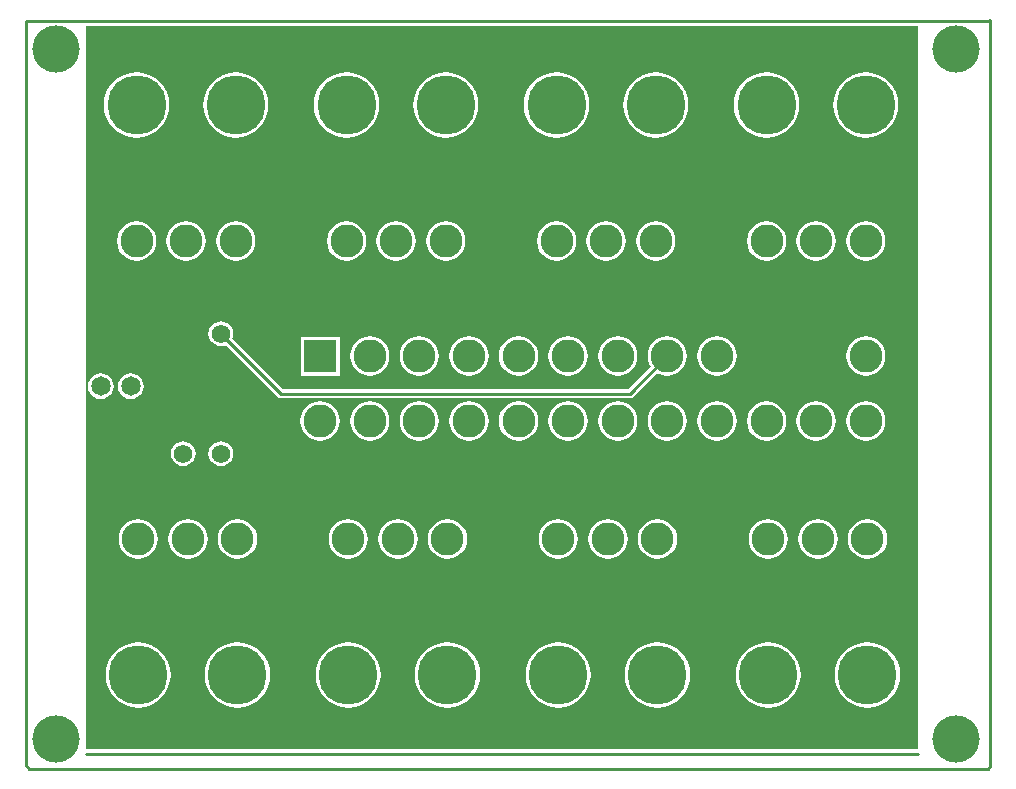
<source format=gtl>
G04 Layer_Physical_Order=1*
G04 Layer_Color=255*
%FSLAX44Y44*%
%MOMM*%
G71*
G01*
G75*
%ADD10C,0.2540*%
%ADD11C,4.0000*%
%ADD12C,2.8000*%
%ADD13R,2.8000X2.8000*%
%ADD14C,5.0000*%
%ADD15C,1.5748*%
%ADD16C,1.6510*%
G36*
X3441700Y429335D02*
X2736850D01*
Y1041400D01*
X3441700D01*
Y429335D01*
D02*
G37*
%LPC*%
G36*
X2851150Y689954D02*
X2848431Y689596D01*
X2845898Y688547D01*
X2843723Y686877D01*
X2842054Y684702D01*
X2841004Y682169D01*
X2840646Y679450D01*
X2841004Y676731D01*
X2842054Y674198D01*
X2843723Y672023D01*
X2845898Y670353D01*
X2848431Y669304D01*
X2851150Y668946D01*
X2853869Y669304D01*
X2856402Y670353D01*
X2858577Y672023D01*
X2860247Y674198D01*
X2861296Y676731D01*
X2861654Y679450D01*
X2861296Y682169D01*
X2860247Y684702D01*
X2858577Y686877D01*
X2856402Y688547D01*
X2853869Y689596D01*
X2851150Y689954D01*
D02*
G37*
G36*
X2819400D02*
X2816682Y689596D01*
X2814148Y688547D01*
X2811973Y686877D01*
X2810303Y684702D01*
X2809254Y682169D01*
X2808896Y679450D01*
X2809254Y676731D01*
X2810303Y674198D01*
X2811973Y672023D01*
X2814148Y670353D01*
X2816682Y669304D01*
X2819400Y668946D01*
X2822119Y669304D01*
X2824652Y670353D01*
X2826827Y672023D01*
X2828497Y674198D01*
X2829546Y676731D01*
X2829904Y679450D01*
X2829546Y682169D01*
X2828497Y684702D01*
X2826827Y686877D01*
X2824652Y688547D01*
X2822119Y689596D01*
X2819400Y689954D01*
D02*
G37*
G36*
X2977250Y723683D02*
X2972932Y723114D01*
X2968908Y721448D01*
X2965453Y718796D01*
X2962802Y715341D01*
X2961136Y711318D01*
X2960567Y707000D01*
X2961136Y702682D01*
X2962802Y698659D01*
X2965453Y695203D01*
X2968908Y692552D01*
X2972932Y690886D01*
X2977250Y690317D01*
X2981568Y690886D01*
X2985591Y692552D01*
X2989046Y695203D01*
X2991697Y698659D01*
X2993364Y702682D01*
X2993932Y707000D01*
X2993364Y711318D01*
X2991697Y715341D01*
X2989046Y718796D01*
X2985591Y721448D01*
X2981568Y723114D01*
X2977250Y723683D01*
D02*
G37*
G36*
X2935250D02*
X2930932Y723114D01*
X2926909Y721448D01*
X2923453Y718796D01*
X2920802Y715341D01*
X2919136Y711318D01*
X2918567Y707000D01*
X2919136Y702682D01*
X2920802Y698659D01*
X2923453Y695203D01*
X2926909Y692552D01*
X2930932Y690886D01*
X2935250Y690317D01*
X2939568Y690886D01*
X2943591Y692552D01*
X2947047Y695203D01*
X2949698Y698659D01*
X2951364Y702682D01*
X2951933Y707000D01*
X2951364Y711318D01*
X2949698Y715341D01*
X2947047Y718796D01*
X2943591Y721448D01*
X2939568Y723114D01*
X2935250Y723683D01*
D02*
G37*
G36*
X3314700Y623833D02*
X3310382Y623264D01*
X3306359Y621598D01*
X3302903Y618946D01*
X3300252Y615491D01*
X3298586Y611468D01*
X3298017Y607150D01*
X3298586Y602832D01*
X3300252Y598809D01*
X3302903Y595353D01*
X3306359Y592702D01*
X3310382Y591036D01*
X3314700Y590467D01*
X3319018Y591036D01*
X3323041Y592702D01*
X3326497Y595353D01*
X3329148Y598809D01*
X3330814Y602832D01*
X3331383Y607150D01*
X3330814Y611468D01*
X3329148Y615491D01*
X3326497Y618946D01*
X3323041Y621598D01*
X3319018Y623264D01*
X3314700Y623833D01*
D02*
G37*
G36*
X3220900D02*
X3216582Y623264D01*
X3212559Y621598D01*
X3209103Y618946D01*
X3206452Y615491D01*
X3204785Y611468D01*
X3204217Y607150D01*
X3204785Y602832D01*
X3206452Y598809D01*
X3209103Y595353D01*
X3212559Y592702D01*
X3216582Y591036D01*
X3220900Y590467D01*
X3225218Y591036D01*
X3229241Y592702D01*
X3232696Y595353D01*
X3235348Y598809D01*
X3237014Y602832D01*
X3237583Y607150D01*
X3237014Y611468D01*
X3235348Y615491D01*
X3232696Y618946D01*
X3229241Y621598D01*
X3225218Y623264D01*
X3220900Y623833D01*
D02*
G37*
G36*
X3398700D02*
X3394382Y623264D01*
X3390359Y621598D01*
X3386903Y618946D01*
X3384252Y615491D01*
X3382585Y611468D01*
X3382017Y607150D01*
X3382585Y602832D01*
X3384252Y598809D01*
X3386903Y595353D01*
X3390359Y592702D01*
X3394382Y591036D01*
X3398700Y590467D01*
X3403018Y591036D01*
X3407041Y592702D01*
X3410496Y595353D01*
X3413148Y598809D01*
X3414814Y602832D01*
X3415383Y607150D01*
X3414814Y611468D01*
X3413148Y615491D01*
X3410496Y618946D01*
X3407041Y621598D01*
X3403018Y623264D01*
X3398700Y623833D01*
D02*
G37*
G36*
X3356700D02*
X3352382Y623264D01*
X3348358Y621598D01*
X3344903Y618946D01*
X3342252Y615491D01*
X3340586Y611468D01*
X3340017Y607150D01*
X3340586Y602832D01*
X3342252Y598809D01*
X3344903Y595353D01*
X3348358Y592702D01*
X3352382Y591036D01*
X3356700Y590467D01*
X3361018Y591036D01*
X3365041Y592702D01*
X3368496Y595353D01*
X3371147Y598809D01*
X3372814Y602832D01*
X3373383Y607150D01*
X3372814Y611468D01*
X3371147Y615491D01*
X3368496Y618946D01*
X3365041Y621598D01*
X3361018Y623264D01*
X3356700Y623833D01*
D02*
G37*
G36*
X3229250Y723683D02*
X3224932Y723114D01*
X3220909Y721448D01*
X3217453Y718796D01*
X3214802Y715341D01*
X3213136Y711318D01*
X3212567Y707000D01*
X3213136Y702682D01*
X3214802Y698659D01*
X3217453Y695203D01*
X3220909Y692552D01*
X3224932Y690886D01*
X3229250Y690317D01*
X3233568Y690886D01*
X3237591Y692552D01*
X3241046Y695203D01*
X3243698Y698659D01*
X3245364Y702682D01*
X3245933Y707000D01*
X3245364Y711318D01*
X3243698Y715341D01*
X3241046Y718796D01*
X3237591Y721448D01*
X3233568Y723114D01*
X3229250Y723683D01*
D02*
G37*
G36*
X3187250D02*
X3182932Y723114D01*
X3178909Y721448D01*
X3175453Y718796D01*
X3172802Y715341D01*
X3171136Y711318D01*
X3170567Y707000D01*
X3171136Y702682D01*
X3172802Y698659D01*
X3175453Y695203D01*
X3178909Y692552D01*
X3182932Y690886D01*
X3187250Y690317D01*
X3191568Y690886D01*
X3195591Y692552D01*
X3199046Y695203D01*
X3201698Y698659D01*
X3203364Y702682D01*
X3203932Y707000D01*
X3203364Y711318D01*
X3201698Y715341D01*
X3199046Y718796D01*
X3195591Y721448D01*
X3191568Y723114D01*
X3187250Y723683D01*
D02*
G37*
G36*
X3313250D02*
X3308932Y723114D01*
X3304909Y721448D01*
X3301454Y718796D01*
X3298802Y715341D01*
X3297136Y711318D01*
X3296567Y707000D01*
X3297136Y702682D01*
X3298802Y698659D01*
X3301454Y695203D01*
X3304909Y692552D01*
X3308932Y690886D01*
X3313250Y690317D01*
X3317568Y690886D01*
X3321591Y692552D01*
X3325047Y695203D01*
X3327698Y698659D01*
X3329364Y702682D01*
X3329933Y707000D01*
X3329364Y711318D01*
X3327698Y715341D01*
X3325047Y718796D01*
X3321591Y721448D01*
X3317568Y723114D01*
X3313250Y723683D01*
D02*
G37*
G36*
X3271250D02*
X3266932Y723114D01*
X3262908Y721448D01*
X3259453Y718796D01*
X3256802Y715341D01*
X3255135Y711318D01*
X3254567Y707000D01*
X3255135Y702682D01*
X3256802Y698659D01*
X3259453Y695203D01*
X3262908Y692552D01*
X3266932Y690886D01*
X3271250Y690317D01*
X3275568Y690886D01*
X3279591Y692552D01*
X3283046Y695203D01*
X3285697Y698659D01*
X3287364Y702682D01*
X3287932Y707000D01*
X3287364Y711318D01*
X3285697Y715341D01*
X3283046Y718796D01*
X3279591Y721448D01*
X3275568Y723114D01*
X3271250Y723683D01*
D02*
G37*
G36*
X3061250D02*
X3056932Y723114D01*
X3052909Y721448D01*
X3049454Y718796D01*
X3046802Y715341D01*
X3045136Y711318D01*
X3044567Y707000D01*
X3045136Y702682D01*
X3046802Y698659D01*
X3049454Y695203D01*
X3052909Y692552D01*
X3056932Y690886D01*
X3061250Y690317D01*
X3065568Y690886D01*
X3069591Y692552D01*
X3073047Y695203D01*
X3075698Y698659D01*
X3077365Y702682D01*
X3077933Y707000D01*
X3077365Y711318D01*
X3075698Y715341D01*
X3073047Y718796D01*
X3069591Y721448D01*
X3065568Y723114D01*
X3061250Y723683D01*
D02*
G37*
G36*
X3019250D02*
X3014932Y723114D01*
X3010909Y721448D01*
X3007453Y718796D01*
X3004802Y715341D01*
X3003135Y711318D01*
X3002567Y707000D01*
X3003135Y702682D01*
X3004802Y698659D01*
X3007453Y695203D01*
X3010909Y692552D01*
X3014932Y690886D01*
X3019250Y690317D01*
X3023568Y690886D01*
X3027591Y692552D01*
X3031046Y695203D01*
X3033698Y698659D01*
X3035364Y702682D01*
X3035933Y707000D01*
X3035364Y711318D01*
X3033698Y715341D01*
X3031046Y718796D01*
X3027591Y721448D01*
X3023568Y723114D01*
X3019250Y723683D01*
D02*
G37*
G36*
X3145250D02*
X3140932Y723114D01*
X3136909Y721448D01*
X3133453Y718796D01*
X3130802Y715341D01*
X3129136Y711318D01*
X3128567Y707000D01*
X3129136Y702682D01*
X3130802Y698659D01*
X3133453Y695203D01*
X3136909Y692552D01*
X3140932Y690886D01*
X3145250Y690317D01*
X3149568Y690886D01*
X3153591Y692552D01*
X3157047Y695203D01*
X3159698Y698659D01*
X3161364Y702682D01*
X3161933Y707000D01*
X3161364Y711318D01*
X3159698Y715341D01*
X3157047Y718796D01*
X3153591Y721448D01*
X3149568Y723114D01*
X3145250Y723683D01*
D02*
G37*
G36*
X3103250D02*
X3098932Y723114D01*
X3094909Y721448D01*
X3091454Y718796D01*
X3088802Y715341D01*
X3087136Y711318D01*
X3086567Y707000D01*
X3087136Y702682D01*
X3088802Y698659D01*
X3091454Y695203D01*
X3094909Y692552D01*
X3098932Y690886D01*
X3103250Y690317D01*
X3107568Y690886D01*
X3111591Y692552D01*
X3115047Y695203D01*
X3117698Y698659D01*
X3119364Y702682D01*
X3119933Y707000D01*
X3119364Y711318D01*
X3117698Y715341D01*
X3115047Y718796D01*
X3111591Y721448D01*
X3107568Y723114D01*
X3103250Y723683D01*
D02*
G37*
G36*
X3220900Y519823D02*
X3215501Y519291D01*
X3210310Y517717D01*
X3205526Y515159D01*
X3201332Y511718D01*
X3197890Y507524D01*
X3195333Y502740D01*
X3193758Y497549D01*
X3193227Y492150D01*
X3193758Y486751D01*
X3195333Y481560D01*
X3197890Y476775D01*
X3201332Y472582D01*
X3205526Y469140D01*
X3210310Y466583D01*
X3215501Y465008D01*
X3220900Y464477D01*
X3226299Y465008D01*
X3231490Y466583D01*
X3236274Y469140D01*
X3240468Y472582D01*
X3243909Y476775D01*
X3246467Y481560D01*
X3248041Y486751D01*
X3248573Y492150D01*
X3248041Y497549D01*
X3246467Y502740D01*
X3243909Y507524D01*
X3240468Y511718D01*
X3236274Y515159D01*
X3231490Y517717D01*
X3226299Y519291D01*
X3220900Y519823D01*
D02*
G37*
G36*
X3136900D02*
X3131501Y519291D01*
X3126310Y517717D01*
X3121526Y515159D01*
X3117332Y511718D01*
X3113890Y507524D01*
X3111333Y502740D01*
X3109759Y497549D01*
X3109227Y492150D01*
X3109759Y486751D01*
X3111333Y481560D01*
X3113890Y476775D01*
X3117332Y472582D01*
X3121526Y469140D01*
X3126310Y466583D01*
X3131501Y465008D01*
X3136900Y464477D01*
X3142299Y465008D01*
X3147490Y466583D01*
X3152274Y469140D01*
X3156468Y472582D01*
X3159909Y476775D01*
X3162467Y481560D01*
X3164041Y486751D01*
X3164573Y492150D01*
X3164041Y497549D01*
X3162467Y502740D01*
X3159909Y507524D01*
X3156468Y511718D01*
X3152274Y515159D01*
X3147490Y517717D01*
X3142299Y519291D01*
X3136900Y519823D01*
D02*
G37*
G36*
X3398700D02*
X3393301Y519291D01*
X3388110Y517717D01*
X3383326Y515159D01*
X3379132Y511718D01*
X3375690Y507524D01*
X3373133Y502740D01*
X3371558Y497549D01*
X3371027Y492150D01*
X3371558Y486751D01*
X3373133Y481560D01*
X3375690Y476775D01*
X3379132Y472582D01*
X3383326Y469140D01*
X3388110Y466583D01*
X3393301Y465008D01*
X3398700Y464477D01*
X3404099Y465008D01*
X3409290Y466583D01*
X3414074Y469140D01*
X3418268Y472582D01*
X3421709Y476775D01*
X3424267Y481560D01*
X3425841Y486751D01*
X3426373Y492150D01*
X3425841Y497549D01*
X3424267Y502740D01*
X3421709Y507524D01*
X3418268Y511718D01*
X3414074Y515159D01*
X3409290Y517717D01*
X3404099Y519291D01*
X3398700Y519823D01*
D02*
G37*
G36*
X3314700D02*
X3309301Y519291D01*
X3304110Y517717D01*
X3299326Y515159D01*
X3295132Y511718D01*
X3291690Y507524D01*
X3289133Y502740D01*
X3287559Y497549D01*
X3287027Y492150D01*
X3287559Y486751D01*
X3289133Y481560D01*
X3291690Y476775D01*
X3295132Y472582D01*
X3299326Y469140D01*
X3304110Y466583D01*
X3309301Y465008D01*
X3314700Y464477D01*
X3320099Y465008D01*
X3325290Y466583D01*
X3330074Y469140D01*
X3334268Y472582D01*
X3337709Y476775D01*
X3340267Y481560D01*
X3341841Y486751D01*
X3342373Y492150D01*
X3341841Y497549D01*
X3340267Y502740D01*
X3337709Y507524D01*
X3334268Y511718D01*
X3330074Y515159D01*
X3325290Y517717D01*
X3320099Y519291D01*
X3314700Y519823D01*
D02*
G37*
G36*
X2865300D02*
X2859901Y519291D01*
X2854710Y517717D01*
X2849926Y515159D01*
X2845732Y511718D01*
X2842290Y507524D01*
X2839733Y502740D01*
X2838158Y497549D01*
X2837627Y492150D01*
X2838158Y486751D01*
X2839733Y481560D01*
X2842290Y476775D01*
X2845732Y472582D01*
X2849926Y469140D01*
X2854710Y466583D01*
X2859901Y465008D01*
X2865300Y464477D01*
X2870699Y465008D01*
X2875890Y466583D01*
X2880674Y469140D01*
X2884868Y472582D01*
X2888309Y476775D01*
X2890867Y481560D01*
X2892441Y486751D01*
X2892973Y492150D01*
X2892441Y497549D01*
X2890867Y502740D01*
X2888309Y507524D01*
X2884868Y511718D01*
X2880674Y515159D01*
X2875890Y517717D01*
X2870699Y519291D01*
X2865300Y519823D01*
D02*
G37*
G36*
X2781300D02*
X2775901Y519291D01*
X2770710Y517717D01*
X2765926Y515159D01*
X2761732Y511718D01*
X2758290Y507524D01*
X2755733Y502740D01*
X2754159Y497549D01*
X2753627Y492150D01*
X2754159Y486751D01*
X2755733Y481560D01*
X2758290Y476775D01*
X2761732Y472582D01*
X2765926Y469140D01*
X2770710Y466583D01*
X2775901Y465008D01*
X2781300Y464477D01*
X2786699Y465008D01*
X2791890Y466583D01*
X2796674Y469140D01*
X2800868Y472582D01*
X2804309Y476775D01*
X2806867Y481560D01*
X2808441Y486751D01*
X2808973Y492150D01*
X2808441Y497549D01*
X2806867Y502740D01*
X2804309Y507524D01*
X2800868Y511718D01*
X2796674Y515159D01*
X2791890Y517717D01*
X2786699Y519291D01*
X2781300Y519823D01*
D02*
G37*
G36*
X3043100D02*
X3037701Y519291D01*
X3032510Y517717D01*
X3027726Y515159D01*
X3023532Y511718D01*
X3020090Y507524D01*
X3017533Y502740D01*
X3015958Y497549D01*
X3015427Y492150D01*
X3015958Y486751D01*
X3017533Y481560D01*
X3020090Y476775D01*
X3023532Y472582D01*
X3027726Y469140D01*
X3032510Y466583D01*
X3037701Y465008D01*
X3043100Y464477D01*
X3048499Y465008D01*
X3053690Y466583D01*
X3058474Y469140D01*
X3062668Y472582D01*
X3066109Y476775D01*
X3068667Y481560D01*
X3070241Y486751D01*
X3070773Y492150D01*
X3070241Y497549D01*
X3068667Y502740D01*
X3066109Y507524D01*
X3062668Y511718D01*
X3058474Y515159D01*
X3053690Y517717D01*
X3048499Y519291D01*
X3043100Y519823D01*
D02*
G37*
G36*
X2959100D02*
X2953701Y519291D01*
X2948510Y517717D01*
X2943726Y515159D01*
X2939532Y511718D01*
X2936090Y507524D01*
X2933533Y502740D01*
X2931959Y497549D01*
X2931427Y492150D01*
X2931959Y486751D01*
X2933533Y481560D01*
X2936090Y476775D01*
X2939532Y472582D01*
X2943726Y469140D01*
X2948510Y466583D01*
X2953701Y465008D01*
X2959100Y464477D01*
X2964499Y465008D01*
X2969690Y466583D01*
X2974474Y469140D01*
X2978668Y472582D01*
X2982109Y476775D01*
X2984667Y481560D01*
X2986241Y486751D01*
X2986773Y492150D01*
X2986241Y497549D01*
X2984667Y502740D01*
X2982109Y507524D01*
X2978668Y511718D01*
X2974474Y515159D01*
X2969690Y517717D01*
X2964499Y519291D01*
X2959100Y519823D01*
D02*
G37*
G36*
X3043100Y623833D02*
X3038782Y623264D01*
X3034759Y621598D01*
X3031303Y618946D01*
X3028652Y615491D01*
X3026985Y611468D01*
X3026417Y607150D01*
X3026985Y602832D01*
X3028652Y598809D01*
X3031303Y595353D01*
X3034759Y592702D01*
X3038782Y591036D01*
X3043100Y590467D01*
X3047418Y591036D01*
X3051441Y592702D01*
X3054896Y595353D01*
X3057548Y598809D01*
X3059214Y602832D01*
X3059783Y607150D01*
X3059214Y611468D01*
X3057548Y615491D01*
X3054896Y618946D01*
X3051441Y621598D01*
X3047418Y623264D01*
X3043100Y623833D01*
D02*
G37*
G36*
X3001100D02*
X2996782Y623264D01*
X2992758Y621598D01*
X2989303Y618946D01*
X2986652Y615491D01*
X2984986Y611468D01*
X2984417Y607150D01*
X2984986Y602832D01*
X2986652Y598809D01*
X2989303Y595353D01*
X2992758Y592702D01*
X2996782Y591036D01*
X3001100Y590467D01*
X3005418Y591036D01*
X3009441Y592702D01*
X3012896Y595353D01*
X3015547Y598809D01*
X3017214Y602832D01*
X3017783Y607150D01*
X3017214Y611468D01*
X3015547Y615491D01*
X3012896Y618946D01*
X3009441Y621598D01*
X3005418Y623264D01*
X3001100Y623833D01*
D02*
G37*
G36*
X3178900D02*
X3174582Y623264D01*
X3170558Y621598D01*
X3167103Y618946D01*
X3164452Y615491D01*
X3162786Y611468D01*
X3162217Y607150D01*
X3162786Y602832D01*
X3164452Y598809D01*
X3167103Y595353D01*
X3170558Y592702D01*
X3174582Y591036D01*
X3178900Y590467D01*
X3183218Y591036D01*
X3187241Y592702D01*
X3190696Y595353D01*
X3193347Y598809D01*
X3195014Y602832D01*
X3195583Y607150D01*
X3195014Y611468D01*
X3193347Y615491D01*
X3190696Y618946D01*
X3187241Y621598D01*
X3183218Y623264D01*
X3178900Y623833D01*
D02*
G37*
G36*
X3136900D02*
X3132582Y623264D01*
X3128559Y621598D01*
X3125103Y618946D01*
X3122452Y615491D01*
X3120786Y611468D01*
X3120217Y607150D01*
X3120786Y602832D01*
X3122452Y598809D01*
X3125103Y595353D01*
X3128559Y592702D01*
X3132582Y591036D01*
X3136900Y590467D01*
X3141218Y591036D01*
X3145241Y592702D01*
X3148697Y595353D01*
X3151348Y598809D01*
X3153014Y602832D01*
X3153583Y607150D01*
X3153014Y611468D01*
X3151348Y615491D01*
X3148697Y618946D01*
X3145241Y621598D01*
X3141218Y623264D01*
X3136900Y623833D01*
D02*
G37*
G36*
X2823300D02*
X2818982Y623264D01*
X2814958Y621598D01*
X2811503Y618946D01*
X2808852Y615491D01*
X2807186Y611468D01*
X2806617Y607150D01*
X2807186Y602832D01*
X2808852Y598809D01*
X2811503Y595353D01*
X2814958Y592702D01*
X2818982Y591036D01*
X2823300Y590467D01*
X2827618Y591036D01*
X2831641Y592702D01*
X2835096Y595353D01*
X2837747Y598809D01*
X2839414Y602832D01*
X2839983Y607150D01*
X2839414Y611468D01*
X2837747Y615491D01*
X2835096Y618946D01*
X2831641Y621598D01*
X2827618Y623264D01*
X2823300Y623833D01*
D02*
G37*
G36*
X2781300D02*
X2776982Y623264D01*
X2772959Y621598D01*
X2769503Y618946D01*
X2766852Y615491D01*
X2765186Y611468D01*
X2764617Y607150D01*
X2765186Y602832D01*
X2766852Y598809D01*
X2769503Y595353D01*
X2772959Y592702D01*
X2776982Y591036D01*
X2781300Y590467D01*
X2785618Y591036D01*
X2789641Y592702D01*
X2793097Y595353D01*
X2795748Y598809D01*
X2797414Y602832D01*
X2797983Y607150D01*
X2797414Y611468D01*
X2795748Y615491D01*
X2793097Y618946D01*
X2789641Y621598D01*
X2785618Y623264D01*
X2781300Y623833D01*
D02*
G37*
G36*
X2959100D02*
X2954782Y623264D01*
X2950759Y621598D01*
X2947303Y618946D01*
X2944652Y615491D01*
X2942986Y611468D01*
X2942417Y607150D01*
X2942986Y602832D01*
X2944652Y598809D01*
X2947303Y595353D01*
X2950759Y592702D01*
X2954782Y591036D01*
X2959100Y590467D01*
X2963418Y591036D01*
X2967441Y592702D01*
X2970897Y595353D01*
X2973548Y598809D01*
X2975214Y602832D01*
X2975783Y607150D01*
X2975214Y611468D01*
X2973548Y615491D01*
X2970897Y618946D01*
X2967441Y621598D01*
X2963418Y623264D01*
X2959100Y623833D01*
D02*
G37*
G36*
X2865300D02*
X2860982Y623264D01*
X2856959Y621598D01*
X2853503Y618946D01*
X2850852Y615491D01*
X2849185Y611468D01*
X2848617Y607150D01*
X2849185Y602832D01*
X2850852Y598809D01*
X2853503Y595353D01*
X2856959Y592702D01*
X2860982Y591036D01*
X2865300Y590467D01*
X2869618Y591036D01*
X2873641Y592702D01*
X2877096Y595353D01*
X2879748Y598809D01*
X2881414Y602832D01*
X2881983Y607150D01*
X2881414Y611468D01*
X2879748Y615491D01*
X2877096Y618946D01*
X2873641Y621598D01*
X2869618Y623264D01*
X2865300Y623833D01*
D02*
G37*
G36*
X3355250Y723683D02*
X3350932Y723114D01*
X3346909Y721448D01*
X3343454Y718796D01*
X3340802Y715341D01*
X3339136Y711318D01*
X3338568Y707000D01*
X3339136Y702682D01*
X3340802Y698659D01*
X3343454Y695203D01*
X3346909Y692552D01*
X3350932Y690886D01*
X3355250Y690317D01*
X3359568Y690886D01*
X3363591Y692552D01*
X3367047Y695203D01*
X3369698Y698659D01*
X3371364Y702682D01*
X3371933Y707000D01*
X3371364Y711318D01*
X3369698Y715341D01*
X3367047Y718796D01*
X3363591Y721448D01*
X3359568Y723114D01*
X3355250Y723683D01*
D02*
G37*
G36*
X3313250Y876383D02*
X3308932Y875814D01*
X3304909Y874148D01*
X3301454Y871497D01*
X3298802Y868041D01*
X3297136Y864018D01*
X3296567Y859700D01*
X3297136Y855382D01*
X3298802Y851359D01*
X3301454Y847904D01*
X3304909Y845252D01*
X3308932Y843586D01*
X3313250Y843017D01*
X3317568Y843586D01*
X3321591Y845252D01*
X3325047Y847904D01*
X3327698Y851359D01*
X3329364Y855382D01*
X3329933Y859700D01*
X3329364Y864018D01*
X3327698Y868041D01*
X3325047Y871497D01*
X3321591Y874148D01*
X3317568Y875814D01*
X3313250Y876383D01*
D02*
G37*
G36*
X3219450D02*
X3215132Y875814D01*
X3211109Y874148D01*
X3207654Y871497D01*
X3205002Y868041D01*
X3203336Y864018D01*
X3202767Y859700D01*
X3203336Y855382D01*
X3205002Y851359D01*
X3207654Y847904D01*
X3211109Y845252D01*
X3215132Y843586D01*
X3219450Y843017D01*
X3223768Y843586D01*
X3227791Y845252D01*
X3231247Y847904D01*
X3233898Y851359D01*
X3235564Y855382D01*
X3236133Y859700D01*
X3235564Y864018D01*
X3233898Y868041D01*
X3231247Y871497D01*
X3227791Y874148D01*
X3223768Y875814D01*
X3219450Y876383D01*
D02*
G37*
G36*
X3397250D02*
X3392932Y875814D01*
X3388909Y874148D01*
X3385453Y871497D01*
X3382802Y868041D01*
X3381136Y864018D01*
X3380567Y859700D01*
X3381136Y855382D01*
X3382802Y851359D01*
X3385453Y847904D01*
X3388909Y845252D01*
X3392932Y843586D01*
X3397250Y843017D01*
X3401568Y843586D01*
X3405591Y845252D01*
X3409047Y847904D01*
X3411698Y851359D01*
X3413364Y855382D01*
X3413933Y859700D01*
X3413364Y864018D01*
X3411698Y868041D01*
X3409047Y871497D01*
X3405591Y874148D01*
X3401568Y875814D01*
X3397250Y876383D01*
D02*
G37*
G36*
X3355250D02*
X3350932Y875814D01*
X3346909Y874148D01*
X3343454Y871497D01*
X3340802Y868041D01*
X3339136Y864018D01*
X3338568Y859700D01*
X3339136Y855382D01*
X3340802Y851359D01*
X3343454Y847904D01*
X3346909Y845252D01*
X3350932Y843586D01*
X3355250Y843017D01*
X3359568Y843586D01*
X3363591Y845252D01*
X3367047Y847904D01*
X3369698Y851359D01*
X3371364Y855382D01*
X3371933Y859700D01*
X3371364Y864018D01*
X3369698Y868041D01*
X3367047Y871497D01*
X3363591Y874148D01*
X3359568Y875814D01*
X3355250Y876383D01*
D02*
G37*
G36*
X3041650D02*
X3037332Y875814D01*
X3033309Y874148D01*
X3029854Y871497D01*
X3027202Y868041D01*
X3025536Y864018D01*
X3024967Y859700D01*
X3025536Y855382D01*
X3027202Y851359D01*
X3029854Y847904D01*
X3033309Y845252D01*
X3037332Y843586D01*
X3041650Y843017D01*
X3045968Y843586D01*
X3049991Y845252D01*
X3053446Y847904D01*
X3056098Y851359D01*
X3057764Y855382D01*
X3058333Y859700D01*
X3057764Y864018D01*
X3056098Y868041D01*
X3053446Y871497D01*
X3049991Y874148D01*
X3045968Y875814D01*
X3041650Y876383D01*
D02*
G37*
G36*
X2999650D02*
X2995332Y875814D01*
X2991309Y874148D01*
X2987854Y871497D01*
X2985202Y868041D01*
X2983536Y864018D01*
X2982968Y859700D01*
X2983536Y855382D01*
X2985202Y851359D01*
X2987854Y847904D01*
X2991309Y845252D01*
X2995332Y843586D01*
X2999650Y843017D01*
X3003968Y843586D01*
X3007991Y845252D01*
X3011447Y847904D01*
X3014098Y851359D01*
X3015764Y855382D01*
X3016333Y859700D01*
X3015764Y864018D01*
X3014098Y868041D01*
X3011447Y871497D01*
X3007991Y874148D01*
X3003968Y875814D01*
X2999650Y876383D01*
D02*
G37*
G36*
X3177450D02*
X3173132Y875814D01*
X3169109Y874148D01*
X3165654Y871497D01*
X3163002Y868041D01*
X3161336Y864018D01*
X3160768Y859700D01*
X3161336Y855382D01*
X3163002Y851359D01*
X3165654Y847904D01*
X3169109Y845252D01*
X3173132Y843586D01*
X3177450Y843017D01*
X3181768Y843586D01*
X3185791Y845252D01*
X3189247Y847904D01*
X3191898Y851359D01*
X3193564Y855382D01*
X3194133Y859700D01*
X3193564Y864018D01*
X3191898Y868041D01*
X3189247Y871497D01*
X3185791Y874148D01*
X3181768Y875814D01*
X3177450Y876383D01*
D02*
G37*
G36*
X3135450D02*
X3131133Y875814D01*
X3127109Y874148D01*
X3123654Y871497D01*
X3121003Y868041D01*
X3119336Y864018D01*
X3118767Y859700D01*
X3119336Y855382D01*
X3121003Y851359D01*
X3123654Y847904D01*
X3127109Y845252D01*
X3131133Y843586D01*
X3135450Y843017D01*
X3139768Y843586D01*
X3143792Y845252D01*
X3147247Y847904D01*
X3149898Y851359D01*
X3151564Y855382D01*
X3152133Y859700D01*
X3151564Y864018D01*
X3149898Y868041D01*
X3147247Y871497D01*
X3143792Y874148D01*
X3139768Y875814D01*
X3135450Y876383D01*
D02*
G37*
G36*
X3219450Y1002373D02*
X3214051Y1001842D01*
X3208860Y1000267D01*
X3204076Y997710D01*
X3199882Y994268D01*
X3196440Y990075D01*
X3193883Y985290D01*
X3192308Y980099D01*
X3191777Y974700D01*
X3192308Y969301D01*
X3193883Y964110D01*
X3196440Y959326D01*
X3199882Y955132D01*
X3204076Y951691D01*
X3208860Y949133D01*
X3214051Y947559D01*
X3219450Y947027D01*
X3224849Y947559D01*
X3230040Y949133D01*
X3234825Y951691D01*
X3239018Y955132D01*
X3242459Y959326D01*
X3245017Y964110D01*
X3246591Y969301D01*
X3247123Y974700D01*
X3246591Y980099D01*
X3245017Y985290D01*
X3242459Y990075D01*
X3239018Y994268D01*
X3234825Y997710D01*
X3230040Y1000267D01*
X3224849Y1001842D01*
X3219450Y1002373D01*
D02*
G37*
G36*
X3135450D02*
X3130051Y1001842D01*
X3124860Y1000267D01*
X3120076Y997710D01*
X3115882Y994268D01*
X3112441Y990075D01*
X3109883Y985290D01*
X3108309Y980099D01*
X3107777Y974700D01*
X3108309Y969301D01*
X3109883Y964110D01*
X3112441Y959326D01*
X3115882Y955132D01*
X3120076Y951691D01*
X3124860Y949133D01*
X3130051Y947559D01*
X3135450Y947027D01*
X3140849Y947559D01*
X3146040Y949133D01*
X3150825Y951691D01*
X3155018Y955132D01*
X3158459Y959326D01*
X3161017Y964110D01*
X3162592Y969301D01*
X3163123Y974700D01*
X3162592Y980099D01*
X3161017Y985290D01*
X3158459Y990075D01*
X3155018Y994268D01*
X3150825Y997710D01*
X3146040Y1000267D01*
X3140849Y1001842D01*
X3135450Y1002373D01*
D02*
G37*
G36*
X3397250D02*
X3391851Y1001842D01*
X3386660Y1000267D01*
X3381876Y997710D01*
X3377682Y994268D01*
X3374240Y990075D01*
X3371683Y985290D01*
X3370109Y980099D01*
X3369577Y974700D01*
X3370109Y969301D01*
X3371683Y964110D01*
X3374240Y959326D01*
X3377682Y955132D01*
X3381876Y951691D01*
X3386660Y949133D01*
X3391851Y947559D01*
X3397250Y947027D01*
X3402649Y947559D01*
X3407840Y949133D01*
X3412625Y951691D01*
X3416818Y955132D01*
X3420259Y959326D01*
X3422817Y964110D01*
X3424391Y969301D01*
X3424923Y974700D01*
X3424391Y980099D01*
X3422817Y985290D01*
X3420259Y990075D01*
X3416818Y994268D01*
X3412625Y997710D01*
X3407840Y1000267D01*
X3402649Y1001842D01*
X3397250Y1002373D01*
D02*
G37*
G36*
X3313250D02*
X3307851Y1001842D01*
X3302660Y1000267D01*
X3297876Y997710D01*
X3293682Y994268D01*
X3290241Y990075D01*
X3287683Y985290D01*
X3286109Y980099D01*
X3285577Y974700D01*
X3286109Y969301D01*
X3287683Y964110D01*
X3290241Y959326D01*
X3293682Y955132D01*
X3297876Y951691D01*
X3302660Y949133D01*
X3307851Y947559D01*
X3313250Y947027D01*
X3318649Y947559D01*
X3323840Y949133D01*
X3328625Y951691D01*
X3332818Y955132D01*
X3336259Y959326D01*
X3338817Y964110D01*
X3340392Y969301D01*
X3340923Y974700D01*
X3340392Y980099D01*
X3338817Y985290D01*
X3336259Y990075D01*
X3332818Y994268D01*
X3328625Y997710D01*
X3323840Y1000267D01*
X3318649Y1001842D01*
X3313250Y1002373D01*
D02*
G37*
G36*
X2863850D02*
X2858451Y1001842D01*
X2853260Y1000267D01*
X2848476Y997710D01*
X2844282Y994268D01*
X2840840Y990075D01*
X2838283Y985290D01*
X2836708Y980099D01*
X2836177Y974700D01*
X2836708Y969301D01*
X2838283Y964110D01*
X2840840Y959326D01*
X2844282Y955132D01*
X2848476Y951691D01*
X2853260Y949133D01*
X2858451Y947559D01*
X2863850Y947027D01*
X2869249Y947559D01*
X2874440Y949133D01*
X2879225Y951691D01*
X2883418Y955132D01*
X2886859Y959326D01*
X2889417Y964110D01*
X2890992Y969301D01*
X2891523Y974700D01*
X2890992Y980099D01*
X2889417Y985290D01*
X2886859Y990075D01*
X2883418Y994268D01*
X2879225Y997710D01*
X2874440Y1000267D01*
X2869249Y1001842D01*
X2863850Y1002373D01*
D02*
G37*
G36*
X2779850D02*
X2774451Y1001842D01*
X2769260Y1000267D01*
X2764476Y997710D01*
X2760282Y994268D01*
X2756841Y990075D01*
X2754283Y985290D01*
X2752709Y980099D01*
X2752177Y974700D01*
X2752709Y969301D01*
X2754283Y964110D01*
X2756841Y959326D01*
X2760282Y955132D01*
X2764476Y951691D01*
X2769260Y949133D01*
X2774451Y947559D01*
X2779850Y947027D01*
X2785249Y947559D01*
X2790440Y949133D01*
X2795225Y951691D01*
X2799418Y955132D01*
X2802859Y959326D01*
X2805417Y964110D01*
X2806992Y969301D01*
X2807523Y974700D01*
X2806992Y980099D01*
X2805417Y985290D01*
X2802859Y990075D01*
X2799418Y994268D01*
X2795225Y997710D01*
X2790440Y1000267D01*
X2785249Y1001842D01*
X2779850Y1002373D01*
D02*
G37*
G36*
X3041650D02*
X3036251Y1001842D01*
X3031060Y1000267D01*
X3026276Y997710D01*
X3022082Y994268D01*
X3018640Y990075D01*
X3016083Y985290D01*
X3014508Y980099D01*
X3013977Y974700D01*
X3014508Y969301D01*
X3016083Y964110D01*
X3018640Y959326D01*
X3022082Y955132D01*
X3026276Y951691D01*
X3031060Y949133D01*
X3036251Y947559D01*
X3041650Y947027D01*
X3047049Y947559D01*
X3052240Y949133D01*
X3057025Y951691D01*
X3061218Y955132D01*
X3064659Y959326D01*
X3067217Y964110D01*
X3068792Y969301D01*
X3069323Y974700D01*
X3068792Y980099D01*
X3067217Y985290D01*
X3064659Y990075D01*
X3061218Y994268D01*
X3057025Y997710D01*
X3052240Y1000267D01*
X3047049Y1001842D01*
X3041650Y1002373D01*
D02*
G37*
G36*
X2957650D02*
X2952251Y1001842D01*
X2947060Y1000267D01*
X2942276Y997710D01*
X2938082Y994268D01*
X2934641Y990075D01*
X2932083Y985290D01*
X2930509Y980099D01*
X2929977Y974700D01*
X2930509Y969301D01*
X2932083Y964110D01*
X2934641Y959326D01*
X2938082Y955132D01*
X2942276Y951691D01*
X2947060Y949133D01*
X2952251Y947559D01*
X2957650Y947027D01*
X2963049Y947559D01*
X2968240Y949133D01*
X2973025Y951691D01*
X2977218Y955132D01*
X2980659Y959326D01*
X2983217Y964110D01*
X2984792Y969301D01*
X2985323Y974700D01*
X2984792Y980099D01*
X2983217Y985290D01*
X2980659Y990075D01*
X2977218Y994268D01*
X2973025Y997710D01*
X2968240Y1000267D01*
X2963049Y1001842D01*
X2957650Y1002373D01*
D02*
G37*
G36*
Y876383D02*
X2953333Y875814D01*
X2949309Y874148D01*
X2945854Y871497D01*
X2943203Y868041D01*
X2941536Y864018D01*
X2940967Y859700D01*
X2941536Y855382D01*
X2943203Y851359D01*
X2945854Y847904D01*
X2949309Y845252D01*
X2953333Y843586D01*
X2957650Y843017D01*
X2961968Y843586D01*
X2965992Y845252D01*
X2969447Y847904D01*
X2972098Y851359D01*
X2973764Y855382D01*
X2974333Y859700D01*
X2973764Y864018D01*
X2972098Y868041D01*
X2969447Y871497D01*
X2965992Y874148D01*
X2961968Y875814D01*
X2957650Y876383D01*
D02*
G37*
G36*
X3061250Y778683D02*
X3056932Y778114D01*
X3052909Y776448D01*
X3049454Y773796D01*
X3046802Y770341D01*
X3045136Y766318D01*
X3044567Y762000D01*
X3045136Y757682D01*
X3046802Y753659D01*
X3049454Y750203D01*
X3052909Y747552D01*
X3056932Y745886D01*
X3061250Y745317D01*
X3065568Y745886D01*
X3069591Y747552D01*
X3073047Y750203D01*
X3075698Y753659D01*
X3077365Y757682D01*
X3077933Y762000D01*
X3077365Y766318D01*
X3075698Y770341D01*
X3073047Y773796D01*
X3069591Y776448D01*
X3065568Y778114D01*
X3061250Y778683D01*
D02*
G37*
G36*
X3019250D02*
X3014932Y778114D01*
X3010909Y776448D01*
X3007453Y773796D01*
X3004802Y770341D01*
X3003135Y766318D01*
X3002567Y762000D01*
X3003135Y757682D01*
X3004802Y753659D01*
X3007453Y750203D01*
X3010909Y747552D01*
X3014932Y745886D01*
X3019250Y745317D01*
X3023568Y745886D01*
X3027591Y747552D01*
X3031046Y750203D01*
X3033698Y753659D01*
X3035364Y757682D01*
X3035933Y762000D01*
X3035364Y766318D01*
X3033698Y770341D01*
X3031046Y773796D01*
X3027591Y776448D01*
X3023568Y778114D01*
X3019250Y778683D01*
D02*
G37*
G36*
X3145250D02*
X3140932Y778114D01*
X3136909Y776448D01*
X3133453Y773796D01*
X3130802Y770341D01*
X3129136Y766318D01*
X3128567Y762000D01*
X3129136Y757682D01*
X3130802Y753659D01*
X3133453Y750203D01*
X3136909Y747552D01*
X3140932Y745886D01*
X3145250Y745317D01*
X3149568Y745886D01*
X3153591Y747552D01*
X3157047Y750203D01*
X3159698Y753659D01*
X3161364Y757682D01*
X3161933Y762000D01*
X3161364Y766318D01*
X3159698Y770341D01*
X3157047Y773796D01*
X3153591Y776448D01*
X3149568Y778114D01*
X3145250Y778683D01*
D02*
G37*
G36*
X3103250D02*
X3098932Y778114D01*
X3094909Y776448D01*
X3091454Y773796D01*
X3088802Y770341D01*
X3087136Y766318D01*
X3086567Y762000D01*
X3087136Y757682D01*
X3088802Y753659D01*
X3091454Y750203D01*
X3094909Y747552D01*
X3098932Y745886D01*
X3103250Y745317D01*
X3107568Y745886D01*
X3111591Y747552D01*
X3115047Y750203D01*
X3117698Y753659D01*
X3119364Y757682D01*
X3119933Y762000D01*
X3119364Y766318D01*
X3117698Y770341D01*
X3115047Y773796D01*
X3111591Y776448D01*
X3107568Y778114D01*
X3103250Y778683D01*
D02*
G37*
G36*
X2749550Y747488D02*
X2746732Y747117D01*
X2744106Y746029D01*
X2741851Y744299D01*
X2740121Y742044D01*
X2739033Y739418D01*
X2738662Y736600D01*
X2739033Y733782D01*
X2740121Y731156D01*
X2741851Y728901D01*
X2744106Y727171D01*
X2746732Y726083D01*
X2749550Y725712D01*
X2752368Y726083D01*
X2754994Y727171D01*
X2757249Y728901D01*
X2758979Y731156D01*
X2760067Y733782D01*
X2760438Y736600D01*
X2760067Y739418D01*
X2758979Y742044D01*
X2757249Y744299D01*
X2754994Y746029D01*
X2752368Y747117D01*
X2749550Y747488D01*
D02*
G37*
G36*
X3397250Y723683D02*
X3392932Y723114D01*
X3388909Y721448D01*
X3385453Y718796D01*
X3382802Y715341D01*
X3381136Y711318D01*
X3380567Y707000D01*
X3381136Y702682D01*
X3382802Y698659D01*
X3385453Y695203D01*
X3388909Y692552D01*
X3392932Y690886D01*
X3397250Y690317D01*
X3401568Y690886D01*
X3405591Y692552D01*
X3409047Y695203D01*
X3411698Y698659D01*
X3413364Y702682D01*
X3413933Y707000D01*
X3413364Y711318D01*
X3411698Y715341D01*
X3409047Y718796D01*
X3405591Y721448D01*
X3401568Y723114D01*
X3397250Y723683D01*
D02*
G37*
G36*
X2977250Y778683D02*
X2972932Y778114D01*
X2968908Y776448D01*
X2965453Y773796D01*
X2962802Y770341D01*
X2961136Y766318D01*
X2960567Y762000D01*
X2961136Y757682D01*
X2962802Y753659D01*
X2965453Y750203D01*
X2968908Y747552D01*
X2972932Y745886D01*
X2977250Y745317D01*
X2981568Y745886D01*
X2985591Y747552D01*
X2989046Y750203D01*
X2991697Y753659D01*
X2993364Y757682D01*
X2993932Y762000D01*
X2993364Y766318D01*
X2991697Y770341D01*
X2989046Y773796D01*
X2985591Y776448D01*
X2981568Y778114D01*
X2977250Y778683D01*
D02*
G37*
G36*
X2774950Y747488D02*
X2772132Y747117D01*
X2769506Y746029D01*
X2767251Y744299D01*
X2765521Y742044D01*
X2764433Y739418D01*
X2764062Y736600D01*
X2764433Y733782D01*
X2765521Y731156D01*
X2767251Y728901D01*
X2769506Y727171D01*
X2772132Y726083D01*
X2774950Y725712D01*
X2777768Y726083D01*
X2780394Y727171D01*
X2782649Y728901D01*
X2784379Y731156D01*
X2785467Y733782D01*
X2785838Y736600D01*
X2785467Y739418D01*
X2784379Y742044D01*
X2782649Y744299D01*
X2780394Y746029D01*
X2777768Y747117D01*
X2774950Y747488D01*
D02*
G37*
G36*
X2779850Y876383D02*
X2775533Y875814D01*
X2771509Y874148D01*
X2768054Y871497D01*
X2765403Y868041D01*
X2763736Y864018D01*
X2763167Y859700D01*
X2763736Y855382D01*
X2765403Y851359D01*
X2768054Y847904D01*
X2771509Y845252D01*
X2775533Y843586D01*
X2779850Y843017D01*
X2784168Y843586D01*
X2788192Y845252D01*
X2791647Y847904D01*
X2794298Y851359D01*
X2795964Y855382D01*
X2796533Y859700D01*
X2795964Y864018D01*
X2794298Y868041D01*
X2791647Y871497D01*
X2788192Y874148D01*
X2784168Y875814D01*
X2779850Y876383D01*
D02*
G37*
G36*
X2951790Y778540D02*
X2918710D01*
Y745460D01*
X2951790D01*
Y778540D01*
D02*
G37*
G36*
X2863850Y876383D02*
X2859532Y875814D01*
X2855509Y874148D01*
X2852054Y871497D01*
X2849402Y868041D01*
X2847736Y864018D01*
X2847167Y859700D01*
X2847736Y855382D01*
X2849402Y851359D01*
X2852054Y847904D01*
X2855509Y845252D01*
X2859532Y843586D01*
X2863850Y843017D01*
X2868168Y843586D01*
X2872191Y845252D01*
X2875646Y847904D01*
X2878298Y851359D01*
X2879964Y855382D01*
X2880533Y859700D01*
X2879964Y864018D01*
X2878298Y868041D01*
X2875646Y871497D01*
X2872191Y874148D01*
X2868168Y875814D01*
X2863850Y876383D01*
D02*
G37*
G36*
X2821850D02*
X2817532Y875814D01*
X2813509Y874148D01*
X2810054Y871497D01*
X2807402Y868041D01*
X2805736Y864018D01*
X2805168Y859700D01*
X2805736Y855382D01*
X2807402Y851359D01*
X2810054Y847904D01*
X2813509Y845252D01*
X2817532Y843586D01*
X2821850Y843017D01*
X2826168Y843586D01*
X2830191Y845252D01*
X2833647Y847904D01*
X2836298Y851359D01*
X2837964Y855382D01*
X2838533Y859700D01*
X2837964Y864018D01*
X2836298Y868041D01*
X2833647Y871497D01*
X2830191Y874148D01*
X2826168Y875814D01*
X2821850Y876383D01*
D02*
G37*
G36*
X2851150Y791554D02*
X2848431Y791196D01*
X2845898Y790147D01*
X2843723Y788477D01*
X2842054Y786302D01*
X2841004Y783769D01*
X2840646Y781050D01*
X2841004Y778331D01*
X2842054Y775798D01*
X2843723Y773623D01*
X2845898Y771953D01*
X2848431Y770904D01*
X2851150Y770546D01*
X2853869Y770904D01*
X2855236Y771470D01*
X2899203Y727503D01*
X2900463Y726661D01*
X2901950Y726365D01*
X3197500D01*
X3198987Y726661D01*
X3200247Y727503D01*
X3220562Y747818D01*
X3220909Y747552D01*
X3224932Y745886D01*
X3229250Y745317D01*
X3233568Y745886D01*
X3237591Y747552D01*
X3241046Y750203D01*
X3243698Y753659D01*
X3245364Y757682D01*
X3245933Y762000D01*
X3245364Y766318D01*
X3243698Y770341D01*
X3241046Y773796D01*
X3237591Y776448D01*
X3233568Y778114D01*
X3229250Y778683D01*
X3224932Y778114D01*
X3220909Y776448D01*
X3217453Y773796D01*
X3214802Y770341D01*
X3213136Y766318D01*
X3212567Y762000D01*
X3213136Y757682D01*
X3214802Y753659D01*
X3215068Y753312D01*
X3195891Y734135D01*
X2903559D01*
X2860730Y776964D01*
X2861296Y778331D01*
X2861654Y781050D01*
X2861296Y783769D01*
X2860247Y786302D01*
X2858577Y788477D01*
X2856402Y790147D01*
X2853869Y791196D01*
X2851150Y791554D01*
D02*
G37*
G36*
X3187250Y778683D02*
X3182932Y778114D01*
X3178909Y776448D01*
X3175453Y773796D01*
X3172802Y770341D01*
X3171136Y766318D01*
X3170567Y762000D01*
X3171136Y757682D01*
X3172802Y753659D01*
X3175453Y750203D01*
X3178909Y747552D01*
X3182932Y745886D01*
X3187250Y745317D01*
X3191568Y745886D01*
X3195591Y747552D01*
X3199046Y750203D01*
X3201698Y753659D01*
X3203364Y757682D01*
X3203932Y762000D01*
X3203364Y766318D01*
X3201698Y770341D01*
X3199046Y773796D01*
X3195591Y776448D01*
X3191568Y778114D01*
X3187250Y778683D01*
D02*
G37*
G36*
X3397250D02*
X3392932Y778114D01*
X3388909Y776448D01*
X3385453Y773796D01*
X3382802Y770341D01*
X3381136Y766318D01*
X3380567Y762000D01*
X3381136Y757682D01*
X3382802Y753659D01*
X3385453Y750203D01*
X3388909Y747552D01*
X3392932Y745886D01*
X3397250Y745317D01*
X3401568Y745886D01*
X3405591Y747552D01*
X3409047Y750203D01*
X3411698Y753659D01*
X3413364Y757682D01*
X3413933Y762000D01*
X3413364Y766318D01*
X3411698Y770341D01*
X3409047Y773796D01*
X3405591Y776448D01*
X3401568Y778114D01*
X3397250Y778683D01*
D02*
G37*
G36*
X3271250D02*
X3266932Y778114D01*
X3262908Y776448D01*
X3259453Y773796D01*
X3256802Y770341D01*
X3255135Y766318D01*
X3254567Y762000D01*
X3255135Y757682D01*
X3256802Y753659D01*
X3259453Y750203D01*
X3262908Y747552D01*
X3266932Y745886D01*
X3271250Y745317D01*
X3275568Y745886D01*
X3279591Y747552D01*
X3283046Y750203D01*
X3285697Y753659D01*
X3287364Y757682D01*
X3287932Y762000D01*
X3287364Y766318D01*
X3285697Y770341D01*
X3283046Y773796D01*
X3279591Y776448D01*
X3275568Y778114D01*
X3271250Y778683D01*
D02*
G37*
%LPD*%
D10*
X3197500Y730250D02*
X3229250Y762000D01*
X2901950Y730250D02*
X3197500D01*
X2851150Y781050D02*
X2901950Y730250D01*
X2736850Y425450D02*
X3441700D01*
X3295396Y883846D02*
X3313250Y901700D01*
X3295396Y779854D02*
Y883846D01*
Y779854D02*
X3313250Y762000D01*
X2802890Y882740D02*
X2821850Y901700D01*
X2802890Y797560D02*
Y882740D01*
Y797560D02*
X2819400Y781050D01*
X3295396Y744146D02*
X3313250Y762000D01*
X3295396Y584454D02*
Y744146D01*
Y584454D02*
X3314700Y565150D01*
X2781300D02*
X2823300D01*
X2865300D01*
X2959100D01*
X3001100D02*
X3043100D01*
X2959100D02*
X3001100D01*
X3314700D02*
X3356700D01*
X3398700D01*
X3220900D02*
X3314700D01*
X3043100D02*
X3136900D01*
X3178900D02*
X3220900D01*
X3136900D02*
X3178900D01*
X3313250Y762000D02*
X3355250D01*
Y901700D02*
X3397250D01*
X3313250D02*
X3355250D01*
X3219450D02*
X3313250D01*
X3135450D02*
X3177450D01*
X3219450D01*
X2779850D02*
X2821850D01*
X2863850D01*
X2957650D01*
X3041650D02*
X3135450D01*
X2957650D02*
X2999650D01*
X3041650D01*
X2686000Y1046000D02*
X3501971D01*
X3502861Y1046889D01*
Y414610D02*
Y1046889D01*
X3501000Y412750D02*
X3502861Y414610D01*
X2689000Y412750D02*
X3501000D01*
X2686000Y415750D02*
X2689000Y412750D01*
X2686000Y415750D02*
Y1046000D01*
D11*
X3473450Y438150D02*
D03*
Y1022350D02*
D03*
X2711450Y438150D02*
D03*
Y1022350D02*
D03*
D12*
X3397250Y707000D02*
D03*
X3355250D02*
D03*
X3313250D02*
D03*
X3271250D02*
D03*
X3229250D02*
D03*
X3187250D02*
D03*
X3145250D02*
D03*
X3103250D02*
D03*
X3061250D02*
D03*
X3019250D02*
D03*
X2977250D02*
D03*
X2935250D02*
D03*
X3397250Y762000D02*
D03*
X3355250D02*
D03*
X3313250D02*
D03*
X3271250D02*
D03*
X3229250D02*
D03*
X3187250D02*
D03*
X3145250D02*
D03*
X3103250D02*
D03*
X3061250D02*
D03*
X3019250D02*
D03*
X2977250D02*
D03*
X2779850Y859700D02*
D03*
X2821850D02*
D03*
X2863850D02*
D03*
X2779850Y901700D02*
D03*
X2821850D02*
D03*
X2957650Y859700D02*
D03*
X2999650D02*
D03*
X3041650D02*
D03*
X2957650Y901700D02*
D03*
X2999650D02*
D03*
X3135450Y859700D02*
D03*
X3177450D02*
D03*
X3219450D02*
D03*
X3135450Y901700D02*
D03*
X3177450D02*
D03*
X3313250Y859700D02*
D03*
X3355250D02*
D03*
X3397250D02*
D03*
X3313250Y901700D02*
D03*
X3355250D02*
D03*
X2865300Y607150D02*
D03*
X2823300D02*
D03*
X2781300D02*
D03*
X2865300Y565150D02*
D03*
X2823300D02*
D03*
X3043100Y607150D02*
D03*
X3001100D02*
D03*
X2959100D02*
D03*
X3043100Y565150D02*
D03*
X3001100D02*
D03*
X3220900Y607150D02*
D03*
X3178900D02*
D03*
X3136900D02*
D03*
X3220900Y565150D02*
D03*
X3178900D02*
D03*
X3398700Y607150D02*
D03*
X3356700D02*
D03*
X3314700D02*
D03*
X3398700Y565150D02*
D03*
X3356700D02*
D03*
D13*
X2935250Y762000D02*
D03*
X2863850Y901700D02*
D03*
X3041650D02*
D03*
X3219450D02*
D03*
X3397250D02*
D03*
X2781300Y565150D02*
D03*
X2959100D02*
D03*
X3136900D02*
D03*
X3314700D02*
D03*
D14*
X2779850Y974700D02*
D03*
X2863850D02*
D03*
X2957650D02*
D03*
X3041650D02*
D03*
X3135450D02*
D03*
X3219450D02*
D03*
X3313250D02*
D03*
X3397250D02*
D03*
X2865300Y492150D02*
D03*
X2781300D02*
D03*
X3043100D02*
D03*
X2959100D02*
D03*
X3220900D02*
D03*
X3136900D02*
D03*
X3398700D02*
D03*
X3314700D02*
D03*
D15*
X2819400Y781050D02*
D03*
Y679450D02*
D03*
X2851150D02*
D03*
Y781050D02*
D03*
D16*
X2774950Y736600D02*
D03*
X2749550D02*
D03*
M02*

</source>
